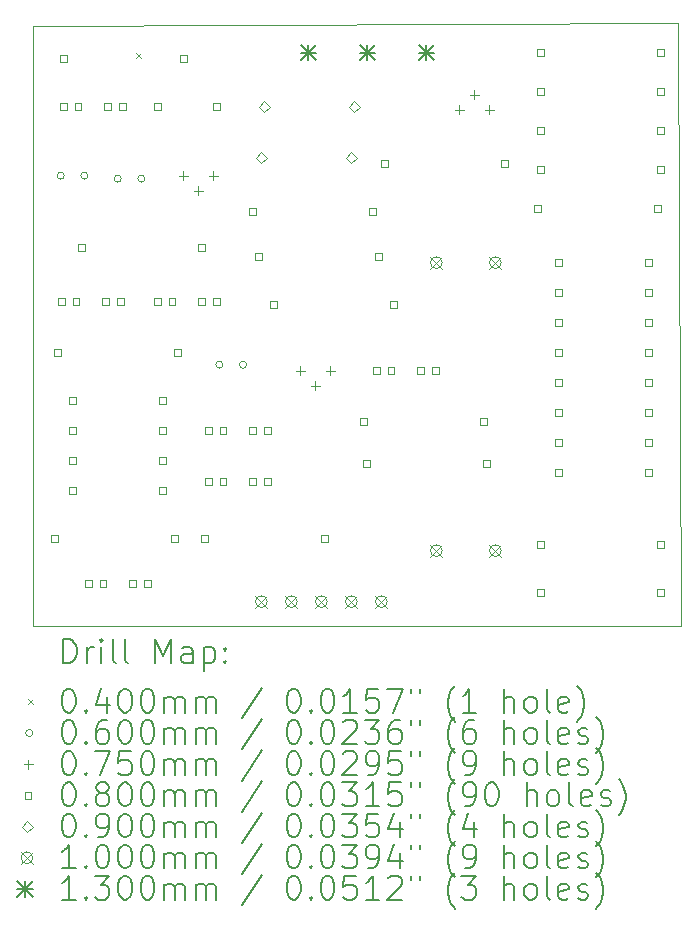
<source format=gbr>
%FSLAX45Y45*%
G04 Gerber Fmt 4.5, Leading zero omitted, Abs format (unit mm)*
G04 Created by KiCad (PCBNEW 6.0.2+dfsg-1) date 2023-04-09 17:36:26*
%MOMM*%
%LPD*%
G01*
G04 APERTURE LIST*
%TA.AperFunction,Profile*%
%ADD10C,0.100000*%
%TD*%
%ADD11C,0.200000*%
%ADD12C,0.040000*%
%ADD13C,0.060000*%
%ADD14C,0.075000*%
%ADD15C,0.080000*%
%ADD16C,0.090000*%
%ADD17C,0.100000*%
%ADD18C,0.130000*%
G04 APERTURE END LIST*
D10*
X10007600Y-5003800D02*
X9982200Y-5003800D01*
X15468600Y-10083800D02*
X9982200Y-10083800D01*
X15417800Y-4978400D02*
X15443200Y-4978400D01*
X15443200Y-4978400D02*
X15468600Y-10083800D01*
X10007600Y-5003800D02*
X15417800Y-4978400D01*
X9982200Y-10083800D02*
X9982200Y-5003800D01*
D11*
D12*
X10851200Y-5237800D02*
X10891200Y-5277800D01*
X10891200Y-5237800D02*
X10851200Y-5277800D01*
D13*
X10244000Y-6273800D02*
G75*
G03*
X10244000Y-6273800I-30000J0D01*
G01*
X10444000Y-6273800D02*
G75*
G03*
X10444000Y-6273800I-30000J0D01*
G01*
X10726600Y-6299200D02*
G75*
G03*
X10726600Y-6299200I-30000J0D01*
G01*
X10926600Y-6299200D02*
G75*
G03*
X10926600Y-6299200I-30000J0D01*
G01*
X11587000Y-7874000D02*
G75*
G03*
X11587000Y-7874000I-30000J0D01*
G01*
X11787000Y-7874000D02*
G75*
G03*
X11787000Y-7874000I-30000J0D01*
G01*
D14*
X11252200Y-6236300D02*
X11252200Y-6311300D01*
X11214700Y-6273800D02*
X11289700Y-6273800D01*
X11379200Y-6363300D02*
X11379200Y-6438300D01*
X11341700Y-6400800D02*
X11416700Y-6400800D01*
X11506200Y-6236300D02*
X11506200Y-6311300D01*
X11468700Y-6273800D02*
X11543700Y-6273800D01*
X12242800Y-7887300D02*
X12242800Y-7962300D01*
X12205300Y-7924800D02*
X12280300Y-7924800D01*
X12369800Y-8014300D02*
X12369800Y-8089300D01*
X12332300Y-8051800D02*
X12407300Y-8051800D01*
X12496800Y-7887300D02*
X12496800Y-7962300D01*
X12459300Y-7924800D02*
X12534300Y-7924800D01*
X13589000Y-5677500D02*
X13589000Y-5752500D01*
X13551500Y-5715000D02*
X13626500Y-5715000D01*
X13716000Y-5550500D02*
X13716000Y-5625500D01*
X13678500Y-5588000D02*
X13753500Y-5588000D01*
X13843000Y-5677500D02*
X13843000Y-5752500D01*
X13805500Y-5715000D02*
X13880500Y-5715000D01*
D15*
X10188285Y-9375485D02*
X10188285Y-9318916D01*
X10131716Y-9318916D01*
X10131716Y-9375485D01*
X10188285Y-9375485D01*
X10213685Y-7800684D02*
X10213685Y-7744115D01*
X10157116Y-7744115D01*
X10157116Y-7800684D01*
X10213685Y-7800684D01*
X10247085Y-7368884D02*
X10247085Y-7312315D01*
X10190516Y-7312315D01*
X10190516Y-7368884D01*
X10247085Y-7368884D01*
X10264485Y-5311485D02*
X10264485Y-5254916D01*
X10207916Y-5254916D01*
X10207916Y-5311485D01*
X10264485Y-5311485D01*
X10264485Y-5717884D02*
X10264485Y-5661315D01*
X10207916Y-5661315D01*
X10207916Y-5717884D01*
X10264485Y-5717884D01*
X10340685Y-8207084D02*
X10340685Y-8150515D01*
X10284116Y-8150515D01*
X10284116Y-8207084D01*
X10340685Y-8207084D01*
X10340685Y-8461085D02*
X10340685Y-8404516D01*
X10284116Y-8404516D01*
X10284116Y-8461085D01*
X10340685Y-8461085D01*
X10340685Y-8715085D02*
X10340685Y-8658516D01*
X10284116Y-8658516D01*
X10284116Y-8715085D01*
X10340685Y-8715085D01*
X10340685Y-8969085D02*
X10340685Y-8912516D01*
X10284116Y-8912516D01*
X10284116Y-8969085D01*
X10340685Y-8969085D01*
X10372085Y-7368884D02*
X10372085Y-7312315D01*
X10315516Y-7312315D01*
X10315516Y-7368884D01*
X10372085Y-7368884D01*
X10389485Y-5717884D02*
X10389485Y-5661315D01*
X10332916Y-5661315D01*
X10332916Y-5717884D01*
X10389485Y-5717884D01*
X10416885Y-6911684D02*
X10416885Y-6855115D01*
X10360316Y-6855115D01*
X10360316Y-6911684D01*
X10416885Y-6911684D01*
X10475685Y-9756485D02*
X10475685Y-9699916D01*
X10419116Y-9699916D01*
X10419116Y-9756485D01*
X10475685Y-9756485D01*
X10600685Y-9756485D02*
X10600685Y-9699916D01*
X10544116Y-9699916D01*
X10544116Y-9756485D01*
X10600685Y-9756485D01*
X10622085Y-7368884D02*
X10622085Y-7312315D01*
X10565516Y-7312315D01*
X10565516Y-7368884D01*
X10622085Y-7368884D01*
X10639485Y-5717884D02*
X10639485Y-5661315D01*
X10582916Y-5661315D01*
X10582916Y-5717884D01*
X10639485Y-5717884D01*
X10747085Y-7368884D02*
X10747085Y-7312315D01*
X10690516Y-7312315D01*
X10690516Y-7368884D01*
X10747085Y-7368884D01*
X10764485Y-5717884D02*
X10764485Y-5661315D01*
X10707916Y-5661315D01*
X10707916Y-5717884D01*
X10764485Y-5717884D01*
X10850685Y-9756485D02*
X10850685Y-9699916D01*
X10794116Y-9699916D01*
X10794116Y-9756485D01*
X10850685Y-9756485D01*
X10975685Y-9756485D02*
X10975685Y-9699916D01*
X10919116Y-9699916D01*
X10919116Y-9756485D01*
X10975685Y-9756485D01*
X11059885Y-5717884D02*
X11059885Y-5661315D01*
X11003316Y-5661315D01*
X11003316Y-5717884D01*
X11059885Y-5717884D01*
X11059885Y-7368884D02*
X11059885Y-7312315D01*
X11003316Y-7312315D01*
X11003316Y-7368884D01*
X11059885Y-7368884D01*
X11102685Y-8207084D02*
X11102685Y-8150515D01*
X11046116Y-8150515D01*
X11046116Y-8207084D01*
X11102685Y-8207084D01*
X11102685Y-8461085D02*
X11102685Y-8404516D01*
X11046116Y-8404516D01*
X11046116Y-8461085D01*
X11102685Y-8461085D01*
X11102685Y-8715085D02*
X11102685Y-8658516D01*
X11046116Y-8658516D01*
X11046116Y-8715085D01*
X11102685Y-8715085D01*
X11102685Y-8969085D02*
X11102685Y-8912516D01*
X11046116Y-8912516D01*
X11046116Y-8969085D01*
X11102685Y-8969085D01*
X11184884Y-7368884D02*
X11184884Y-7312315D01*
X11128316Y-7312315D01*
X11128316Y-7368884D01*
X11184884Y-7368884D01*
X11204284Y-9375485D02*
X11204284Y-9318916D01*
X11147716Y-9318916D01*
X11147716Y-9375485D01*
X11204284Y-9375485D01*
X11229684Y-7800684D02*
X11229684Y-7744115D01*
X11173116Y-7744115D01*
X11173116Y-7800684D01*
X11229684Y-7800684D01*
X11280484Y-5311485D02*
X11280484Y-5254916D01*
X11223915Y-5254916D01*
X11223915Y-5311485D01*
X11280484Y-5311485D01*
X11432884Y-6911684D02*
X11432884Y-6855115D01*
X11376315Y-6855115D01*
X11376315Y-6911684D01*
X11432884Y-6911684D01*
X11434884Y-7368884D02*
X11434884Y-7312315D01*
X11378315Y-7312315D01*
X11378315Y-7368884D01*
X11434884Y-7368884D01*
X11458284Y-9375485D02*
X11458284Y-9318916D01*
X11401715Y-9318916D01*
X11401715Y-9375485D01*
X11458284Y-9375485D01*
X11491684Y-8461085D02*
X11491684Y-8404516D01*
X11435115Y-8404516D01*
X11435115Y-8461085D01*
X11491684Y-8461085D01*
X11491684Y-8892885D02*
X11491684Y-8836316D01*
X11435115Y-8836316D01*
X11435115Y-8892885D01*
X11491684Y-8892885D01*
X11559884Y-5717884D02*
X11559884Y-5661315D01*
X11503315Y-5661315D01*
X11503315Y-5717884D01*
X11559884Y-5717884D01*
X11559884Y-7368884D02*
X11559884Y-7312315D01*
X11503315Y-7312315D01*
X11503315Y-7368884D01*
X11559884Y-7368884D01*
X11616684Y-8461085D02*
X11616684Y-8404516D01*
X11560115Y-8404516D01*
X11560115Y-8461085D01*
X11616684Y-8461085D01*
X11616684Y-8892885D02*
X11616684Y-8836316D01*
X11560115Y-8836316D01*
X11560115Y-8892885D01*
X11616684Y-8892885D01*
X11864684Y-6606884D02*
X11864684Y-6550315D01*
X11808115Y-6550315D01*
X11808115Y-6606884D01*
X11864684Y-6606884D01*
X11866684Y-8461085D02*
X11866684Y-8404516D01*
X11810115Y-8404516D01*
X11810115Y-8461085D01*
X11866684Y-8461085D01*
X11866684Y-8892885D02*
X11866684Y-8836316D01*
X11810115Y-8836316D01*
X11810115Y-8892885D01*
X11866684Y-8892885D01*
X11915484Y-6987884D02*
X11915484Y-6931315D01*
X11858915Y-6931315D01*
X11858915Y-6987884D01*
X11915484Y-6987884D01*
X11991684Y-8461085D02*
X11991684Y-8404516D01*
X11935115Y-8404516D01*
X11935115Y-8461085D01*
X11991684Y-8461085D01*
X11991684Y-8892885D02*
X11991684Y-8836316D01*
X11935115Y-8836316D01*
X11935115Y-8892885D01*
X11991684Y-8892885D01*
X12042484Y-7394284D02*
X12042484Y-7337715D01*
X11985915Y-7337715D01*
X11985915Y-7394284D01*
X12042484Y-7394284D01*
X12474284Y-9375485D02*
X12474284Y-9318916D01*
X12417715Y-9318916D01*
X12417715Y-9375485D01*
X12474284Y-9375485D01*
X12804484Y-8384884D02*
X12804484Y-8328315D01*
X12747915Y-8328315D01*
X12747915Y-8384884D01*
X12804484Y-8384884D01*
X12829884Y-8740485D02*
X12829884Y-8683916D01*
X12773315Y-8683916D01*
X12773315Y-8740485D01*
X12829884Y-8740485D01*
X12880684Y-6606884D02*
X12880684Y-6550315D01*
X12824115Y-6550315D01*
X12824115Y-6606884D01*
X12880684Y-6606884D01*
X12914084Y-7953084D02*
X12914084Y-7896515D01*
X12857515Y-7896515D01*
X12857515Y-7953084D01*
X12914084Y-7953084D01*
X12931484Y-6987884D02*
X12931484Y-6931315D01*
X12874915Y-6931315D01*
X12874915Y-6987884D01*
X12931484Y-6987884D01*
X12982284Y-6200484D02*
X12982284Y-6143915D01*
X12925715Y-6143915D01*
X12925715Y-6200484D01*
X12982284Y-6200484D01*
X13039084Y-7953084D02*
X13039084Y-7896515D01*
X12982515Y-7896515D01*
X12982515Y-7953084D01*
X13039084Y-7953084D01*
X13058484Y-7394284D02*
X13058484Y-7337715D01*
X13001915Y-7337715D01*
X13001915Y-7394284D01*
X13058484Y-7394284D01*
X13289084Y-7953084D02*
X13289084Y-7896515D01*
X13232515Y-7896515D01*
X13232515Y-7953084D01*
X13289084Y-7953084D01*
X13414084Y-7953084D02*
X13414084Y-7896515D01*
X13357515Y-7896515D01*
X13357515Y-7953084D01*
X13414084Y-7953084D01*
X13820484Y-8384884D02*
X13820484Y-8328315D01*
X13763915Y-8328315D01*
X13763915Y-8384884D01*
X13820484Y-8384884D01*
X13845884Y-8740485D02*
X13845884Y-8683916D01*
X13789315Y-8683916D01*
X13789315Y-8740485D01*
X13845884Y-8740485D01*
X13998284Y-6200484D02*
X13998284Y-6143915D01*
X13941715Y-6143915D01*
X13941715Y-6200484D01*
X13998284Y-6200484D01*
X14277684Y-6581484D02*
X14277684Y-6524915D01*
X14221115Y-6524915D01*
X14221115Y-6581484D01*
X14277684Y-6581484D01*
X14303084Y-5260685D02*
X14303084Y-5204116D01*
X14246515Y-5204116D01*
X14246515Y-5260685D01*
X14303084Y-5260685D01*
X14303084Y-5590885D02*
X14303084Y-5534316D01*
X14246515Y-5534316D01*
X14246515Y-5590885D01*
X14303084Y-5590885D01*
X14303084Y-5921084D02*
X14303084Y-5864515D01*
X14246515Y-5864515D01*
X14246515Y-5921084D01*
X14303084Y-5921084D01*
X14303084Y-6251284D02*
X14303084Y-6194715D01*
X14246515Y-6194715D01*
X14246515Y-6251284D01*
X14303084Y-6251284D01*
X14303084Y-9426285D02*
X14303084Y-9369716D01*
X14246515Y-9369716D01*
X14246515Y-9426285D01*
X14303084Y-9426285D01*
X14303084Y-9832685D02*
X14303084Y-9776116D01*
X14246515Y-9776116D01*
X14246515Y-9832685D01*
X14303084Y-9832685D01*
X14455484Y-7038684D02*
X14455484Y-6982115D01*
X14398915Y-6982115D01*
X14398915Y-7038684D01*
X14455484Y-7038684D01*
X14455484Y-7292684D02*
X14455484Y-7236115D01*
X14398915Y-7236115D01*
X14398915Y-7292684D01*
X14455484Y-7292684D01*
X14455484Y-7546684D02*
X14455484Y-7490115D01*
X14398915Y-7490115D01*
X14398915Y-7546684D01*
X14455484Y-7546684D01*
X14455484Y-7800684D02*
X14455484Y-7744115D01*
X14398915Y-7744115D01*
X14398915Y-7800684D01*
X14455484Y-7800684D01*
X14455484Y-8054684D02*
X14455484Y-7998115D01*
X14398915Y-7998115D01*
X14398915Y-8054684D01*
X14455484Y-8054684D01*
X14455484Y-8308684D02*
X14455484Y-8252115D01*
X14398915Y-8252115D01*
X14398915Y-8308684D01*
X14455484Y-8308684D01*
X14455484Y-8562685D02*
X14455484Y-8506116D01*
X14398915Y-8506116D01*
X14398915Y-8562685D01*
X14455484Y-8562685D01*
X14455484Y-8816685D02*
X14455484Y-8760116D01*
X14398915Y-8760116D01*
X14398915Y-8816685D01*
X14455484Y-8816685D01*
X15217484Y-7038684D02*
X15217484Y-6982115D01*
X15160915Y-6982115D01*
X15160915Y-7038684D01*
X15217484Y-7038684D01*
X15217484Y-7292684D02*
X15217484Y-7236115D01*
X15160915Y-7236115D01*
X15160915Y-7292684D01*
X15217484Y-7292684D01*
X15217484Y-7546684D02*
X15217484Y-7490115D01*
X15160915Y-7490115D01*
X15160915Y-7546684D01*
X15217484Y-7546684D01*
X15217484Y-7800684D02*
X15217484Y-7744115D01*
X15160915Y-7744115D01*
X15160915Y-7800684D01*
X15217484Y-7800684D01*
X15217484Y-8054684D02*
X15217484Y-7998115D01*
X15160915Y-7998115D01*
X15160915Y-8054684D01*
X15217484Y-8054684D01*
X15217484Y-8308684D02*
X15217484Y-8252115D01*
X15160915Y-8252115D01*
X15160915Y-8308684D01*
X15217484Y-8308684D01*
X15217484Y-8562685D02*
X15217484Y-8506116D01*
X15160915Y-8506116D01*
X15160915Y-8562685D01*
X15217484Y-8562685D01*
X15217484Y-8816685D02*
X15217484Y-8760116D01*
X15160915Y-8760116D01*
X15160915Y-8816685D01*
X15217484Y-8816685D01*
X15293684Y-6581484D02*
X15293684Y-6524915D01*
X15237115Y-6524915D01*
X15237115Y-6581484D01*
X15293684Y-6581484D01*
X15319084Y-5260685D02*
X15319084Y-5204116D01*
X15262515Y-5204116D01*
X15262515Y-5260685D01*
X15319084Y-5260685D01*
X15319084Y-5590885D02*
X15319084Y-5534316D01*
X15262515Y-5534316D01*
X15262515Y-5590885D01*
X15319084Y-5590885D01*
X15319084Y-5921084D02*
X15319084Y-5864515D01*
X15262515Y-5864515D01*
X15262515Y-5921084D01*
X15319084Y-5921084D01*
X15319084Y-6251284D02*
X15319084Y-6194715D01*
X15262515Y-6194715D01*
X15262515Y-6251284D01*
X15319084Y-6251284D01*
X15319084Y-9426285D02*
X15319084Y-9369716D01*
X15262515Y-9369716D01*
X15262515Y-9426285D01*
X15319084Y-9426285D01*
X15319084Y-9832685D02*
X15319084Y-9776116D01*
X15262515Y-9776116D01*
X15262515Y-9832685D01*
X15319084Y-9832685D01*
D16*
X11912600Y-6166400D02*
X11957600Y-6121400D01*
X11912600Y-6076400D01*
X11867600Y-6121400D01*
X11912600Y-6166400D01*
X11938000Y-5734600D02*
X11983000Y-5689600D01*
X11938000Y-5644600D01*
X11893000Y-5689600D01*
X11938000Y-5734600D01*
X12674600Y-6166400D02*
X12719600Y-6121400D01*
X12674600Y-6076400D01*
X12629600Y-6121400D01*
X12674600Y-6166400D01*
X12700000Y-5734600D02*
X12745000Y-5689600D01*
X12700000Y-5644600D01*
X12655000Y-5689600D01*
X12700000Y-5734600D01*
D17*
X11862600Y-9830600D02*
X11962600Y-9930600D01*
X11962600Y-9830600D02*
X11862600Y-9930600D01*
X11962600Y-9880600D02*
G75*
G03*
X11962600Y-9880600I-50000J0D01*
G01*
X12116600Y-9830600D02*
X12216600Y-9930600D01*
X12216600Y-9830600D02*
X12116600Y-9930600D01*
X12216600Y-9880600D02*
G75*
G03*
X12216600Y-9880600I-50000J0D01*
G01*
X12370600Y-9830600D02*
X12470600Y-9930600D01*
X12470600Y-9830600D02*
X12370600Y-9930600D01*
X12470600Y-9880600D02*
G75*
G03*
X12470600Y-9880600I-50000J0D01*
G01*
X12624600Y-9830600D02*
X12724600Y-9930600D01*
X12724600Y-9830600D02*
X12624600Y-9930600D01*
X12724600Y-9880600D02*
G75*
G03*
X12724600Y-9880600I-50000J0D01*
G01*
X12878600Y-9830600D02*
X12978600Y-9930600D01*
X12978600Y-9830600D02*
X12878600Y-9930600D01*
X12978600Y-9880600D02*
G75*
G03*
X12978600Y-9880600I-50000J0D01*
G01*
X13343800Y-6960400D02*
X13443800Y-7060400D01*
X13443800Y-6960400D02*
X13343800Y-7060400D01*
X13443800Y-7010400D02*
G75*
G03*
X13443800Y-7010400I-50000J0D01*
G01*
X13343800Y-9398800D02*
X13443800Y-9498800D01*
X13443800Y-9398800D02*
X13343800Y-9498800D01*
X13443800Y-9448800D02*
G75*
G03*
X13443800Y-9448800I-50000J0D01*
G01*
X13843800Y-6960400D02*
X13943800Y-7060400D01*
X13943800Y-6960400D02*
X13843800Y-7060400D01*
X13943800Y-7010400D02*
G75*
G03*
X13943800Y-7010400I-50000J0D01*
G01*
X13843800Y-9398800D02*
X13943800Y-9498800D01*
X13943800Y-9398800D02*
X13843800Y-9498800D01*
X13943800Y-9448800D02*
G75*
G03*
X13943800Y-9448800I-50000J0D01*
G01*
D18*
X12244600Y-5167400D02*
X12374600Y-5297400D01*
X12374600Y-5167400D02*
X12244600Y-5297400D01*
X12309600Y-5167400D02*
X12309600Y-5297400D01*
X12244600Y-5232400D02*
X12374600Y-5232400D01*
X12744600Y-5167400D02*
X12874600Y-5297400D01*
X12874600Y-5167400D02*
X12744600Y-5297400D01*
X12809600Y-5167400D02*
X12809600Y-5297400D01*
X12744600Y-5232400D02*
X12874600Y-5232400D01*
X13244600Y-5167400D02*
X13374600Y-5297400D01*
X13374600Y-5167400D02*
X13244600Y-5297400D01*
X13309600Y-5167400D02*
X13309600Y-5297400D01*
X13244600Y-5232400D02*
X13374600Y-5232400D01*
D11*
X10234819Y-10399276D02*
X10234819Y-10199276D01*
X10282438Y-10199276D01*
X10311010Y-10208800D01*
X10330057Y-10227848D01*
X10339581Y-10246895D01*
X10349105Y-10284990D01*
X10349105Y-10313562D01*
X10339581Y-10351657D01*
X10330057Y-10370705D01*
X10311010Y-10389752D01*
X10282438Y-10399276D01*
X10234819Y-10399276D01*
X10434819Y-10399276D02*
X10434819Y-10265943D01*
X10434819Y-10304038D02*
X10444343Y-10284990D01*
X10453867Y-10275467D01*
X10472914Y-10265943D01*
X10491962Y-10265943D01*
X10558629Y-10399276D02*
X10558629Y-10265943D01*
X10558629Y-10199276D02*
X10549105Y-10208800D01*
X10558629Y-10218324D01*
X10568152Y-10208800D01*
X10558629Y-10199276D01*
X10558629Y-10218324D01*
X10682438Y-10399276D02*
X10663390Y-10389752D01*
X10653867Y-10370705D01*
X10653867Y-10199276D01*
X10787200Y-10399276D02*
X10768152Y-10389752D01*
X10758629Y-10370705D01*
X10758629Y-10199276D01*
X11015771Y-10399276D02*
X11015771Y-10199276D01*
X11082438Y-10342133D01*
X11149105Y-10199276D01*
X11149105Y-10399276D01*
X11330057Y-10399276D02*
X11330057Y-10294514D01*
X11320533Y-10275467D01*
X11301486Y-10265943D01*
X11263390Y-10265943D01*
X11244343Y-10275467D01*
X11330057Y-10389752D02*
X11311009Y-10399276D01*
X11263390Y-10399276D01*
X11244343Y-10389752D01*
X11234819Y-10370705D01*
X11234819Y-10351657D01*
X11244343Y-10332610D01*
X11263390Y-10323086D01*
X11311009Y-10323086D01*
X11330057Y-10313562D01*
X11425295Y-10265943D02*
X11425295Y-10465943D01*
X11425295Y-10275467D02*
X11444343Y-10265943D01*
X11482438Y-10265943D01*
X11501486Y-10275467D01*
X11511009Y-10284990D01*
X11520533Y-10304038D01*
X11520533Y-10361181D01*
X11511009Y-10380229D01*
X11501486Y-10389752D01*
X11482438Y-10399276D01*
X11444343Y-10399276D01*
X11425295Y-10389752D01*
X11606248Y-10380229D02*
X11615771Y-10389752D01*
X11606248Y-10399276D01*
X11596724Y-10389752D01*
X11606248Y-10380229D01*
X11606248Y-10399276D01*
X11606248Y-10275467D02*
X11615771Y-10284990D01*
X11606248Y-10294514D01*
X11596724Y-10284990D01*
X11606248Y-10275467D01*
X11606248Y-10294514D01*
D12*
X9937200Y-10708800D02*
X9977200Y-10748800D01*
X9977200Y-10708800D02*
X9937200Y-10748800D01*
D11*
X10272914Y-10619276D02*
X10291962Y-10619276D01*
X10311010Y-10628800D01*
X10320533Y-10638324D01*
X10330057Y-10657371D01*
X10339581Y-10695467D01*
X10339581Y-10743086D01*
X10330057Y-10781181D01*
X10320533Y-10800229D01*
X10311010Y-10809752D01*
X10291962Y-10819276D01*
X10272914Y-10819276D01*
X10253867Y-10809752D01*
X10244343Y-10800229D01*
X10234819Y-10781181D01*
X10225295Y-10743086D01*
X10225295Y-10695467D01*
X10234819Y-10657371D01*
X10244343Y-10638324D01*
X10253867Y-10628800D01*
X10272914Y-10619276D01*
X10425295Y-10800229D02*
X10434819Y-10809752D01*
X10425295Y-10819276D01*
X10415771Y-10809752D01*
X10425295Y-10800229D01*
X10425295Y-10819276D01*
X10606248Y-10685943D02*
X10606248Y-10819276D01*
X10558629Y-10609752D02*
X10511010Y-10752610D01*
X10634819Y-10752610D01*
X10749105Y-10619276D02*
X10768152Y-10619276D01*
X10787200Y-10628800D01*
X10796724Y-10638324D01*
X10806248Y-10657371D01*
X10815771Y-10695467D01*
X10815771Y-10743086D01*
X10806248Y-10781181D01*
X10796724Y-10800229D01*
X10787200Y-10809752D01*
X10768152Y-10819276D01*
X10749105Y-10819276D01*
X10730057Y-10809752D01*
X10720533Y-10800229D01*
X10711010Y-10781181D01*
X10701486Y-10743086D01*
X10701486Y-10695467D01*
X10711010Y-10657371D01*
X10720533Y-10638324D01*
X10730057Y-10628800D01*
X10749105Y-10619276D01*
X10939581Y-10619276D02*
X10958629Y-10619276D01*
X10977676Y-10628800D01*
X10987200Y-10638324D01*
X10996724Y-10657371D01*
X11006248Y-10695467D01*
X11006248Y-10743086D01*
X10996724Y-10781181D01*
X10987200Y-10800229D01*
X10977676Y-10809752D01*
X10958629Y-10819276D01*
X10939581Y-10819276D01*
X10920533Y-10809752D01*
X10911010Y-10800229D01*
X10901486Y-10781181D01*
X10891962Y-10743086D01*
X10891962Y-10695467D01*
X10901486Y-10657371D01*
X10911010Y-10638324D01*
X10920533Y-10628800D01*
X10939581Y-10619276D01*
X11091962Y-10819276D02*
X11091962Y-10685943D01*
X11091962Y-10704990D02*
X11101486Y-10695467D01*
X11120533Y-10685943D01*
X11149105Y-10685943D01*
X11168152Y-10695467D01*
X11177676Y-10714514D01*
X11177676Y-10819276D01*
X11177676Y-10714514D02*
X11187200Y-10695467D01*
X11206248Y-10685943D01*
X11234819Y-10685943D01*
X11253867Y-10695467D01*
X11263390Y-10714514D01*
X11263390Y-10819276D01*
X11358628Y-10819276D02*
X11358628Y-10685943D01*
X11358628Y-10704990D02*
X11368152Y-10695467D01*
X11387200Y-10685943D01*
X11415771Y-10685943D01*
X11434819Y-10695467D01*
X11444343Y-10714514D01*
X11444343Y-10819276D01*
X11444343Y-10714514D02*
X11453867Y-10695467D01*
X11472914Y-10685943D01*
X11501486Y-10685943D01*
X11520533Y-10695467D01*
X11530057Y-10714514D01*
X11530057Y-10819276D01*
X11920533Y-10609752D02*
X11749105Y-10866895D01*
X12177676Y-10619276D02*
X12196724Y-10619276D01*
X12215771Y-10628800D01*
X12225295Y-10638324D01*
X12234819Y-10657371D01*
X12244343Y-10695467D01*
X12244343Y-10743086D01*
X12234819Y-10781181D01*
X12225295Y-10800229D01*
X12215771Y-10809752D01*
X12196724Y-10819276D01*
X12177676Y-10819276D01*
X12158628Y-10809752D01*
X12149105Y-10800229D01*
X12139581Y-10781181D01*
X12130057Y-10743086D01*
X12130057Y-10695467D01*
X12139581Y-10657371D01*
X12149105Y-10638324D01*
X12158628Y-10628800D01*
X12177676Y-10619276D01*
X12330057Y-10800229D02*
X12339581Y-10809752D01*
X12330057Y-10819276D01*
X12320533Y-10809752D01*
X12330057Y-10800229D01*
X12330057Y-10819276D01*
X12463390Y-10619276D02*
X12482438Y-10619276D01*
X12501486Y-10628800D01*
X12511009Y-10638324D01*
X12520533Y-10657371D01*
X12530057Y-10695467D01*
X12530057Y-10743086D01*
X12520533Y-10781181D01*
X12511009Y-10800229D01*
X12501486Y-10809752D01*
X12482438Y-10819276D01*
X12463390Y-10819276D01*
X12444343Y-10809752D01*
X12434819Y-10800229D01*
X12425295Y-10781181D01*
X12415771Y-10743086D01*
X12415771Y-10695467D01*
X12425295Y-10657371D01*
X12434819Y-10638324D01*
X12444343Y-10628800D01*
X12463390Y-10619276D01*
X12720533Y-10819276D02*
X12606248Y-10819276D01*
X12663390Y-10819276D02*
X12663390Y-10619276D01*
X12644343Y-10647848D01*
X12625295Y-10666895D01*
X12606248Y-10676419D01*
X12901486Y-10619276D02*
X12806248Y-10619276D01*
X12796724Y-10714514D01*
X12806248Y-10704990D01*
X12825295Y-10695467D01*
X12872914Y-10695467D01*
X12891962Y-10704990D01*
X12901486Y-10714514D01*
X12911009Y-10733562D01*
X12911009Y-10781181D01*
X12901486Y-10800229D01*
X12891962Y-10809752D01*
X12872914Y-10819276D01*
X12825295Y-10819276D01*
X12806248Y-10809752D01*
X12796724Y-10800229D01*
X12977676Y-10619276D02*
X13111009Y-10619276D01*
X13025295Y-10819276D01*
X13177676Y-10619276D02*
X13177676Y-10657371D01*
X13253867Y-10619276D02*
X13253867Y-10657371D01*
X13549105Y-10895467D02*
X13539581Y-10885943D01*
X13520533Y-10857371D01*
X13511009Y-10838324D01*
X13501486Y-10809752D01*
X13491962Y-10762133D01*
X13491962Y-10724038D01*
X13501486Y-10676419D01*
X13511009Y-10647848D01*
X13520533Y-10628800D01*
X13539581Y-10600229D01*
X13549105Y-10590705D01*
X13730057Y-10819276D02*
X13615771Y-10819276D01*
X13672914Y-10819276D02*
X13672914Y-10619276D01*
X13653867Y-10647848D01*
X13634819Y-10666895D01*
X13615771Y-10676419D01*
X13968152Y-10819276D02*
X13968152Y-10619276D01*
X14053867Y-10819276D02*
X14053867Y-10714514D01*
X14044343Y-10695467D01*
X14025295Y-10685943D01*
X13996724Y-10685943D01*
X13977676Y-10695467D01*
X13968152Y-10704990D01*
X14177676Y-10819276D02*
X14158628Y-10809752D01*
X14149105Y-10800229D01*
X14139581Y-10781181D01*
X14139581Y-10724038D01*
X14149105Y-10704990D01*
X14158628Y-10695467D01*
X14177676Y-10685943D01*
X14206248Y-10685943D01*
X14225295Y-10695467D01*
X14234819Y-10704990D01*
X14244343Y-10724038D01*
X14244343Y-10781181D01*
X14234819Y-10800229D01*
X14225295Y-10809752D01*
X14206248Y-10819276D01*
X14177676Y-10819276D01*
X14358628Y-10819276D02*
X14339581Y-10809752D01*
X14330057Y-10790705D01*
X14330057Y-10619276D01*
X14511009Y-10809752D02*
X14491962Y-10819276D01*
X14453867Y-10819276D01*
X14434819Y-10809752D01*
X14425295Y-10790705D01*
X14425295Y-10714514D01*
X14434819Y-10695467D01*
X14453867Y-10685943D01*
X14491962Y-10685943D01*
X14511009Y-10695467D01*
X14520533Y-10714514D01*
X14520533Y-10733562D01*
X14425295Y-10752610D01*
X14587200Y-10895467D02*
X14596724Y-10885943D01*
X14615771Y-10857371D01*
X14625295Y-10838324D01*
X14634819Y-10809752D01*
X14644343Y-10762133D01*
X14644343Y-10724038D01*
X14634819Y-10676419D01*
X14625295Y-10647848D01*
X14615771Y-10628800D01*
X14596724Y-10600229D01*
X14587200Y-10590705D01*
D13*
X9977200Y-10992800D02*
G75*
G03*
X9977200Y-10992800I-30000J0D01*
G01*
D11*
X10272914Y-10883276D02*
X10291962Y-10883276D01*
X10311010Y-10892800D01*
X10320533Y-10902324D01*
X10330057Y-10921371D01*
X10339581Y-10959467D01*
X10339581Y-11007086D01*
X10330057Y-11045181D01*
X10320533Y-11064229D01*
X10311010Y-11073752D01*
X10291962Y-11083276D01*
X10272914Y-11083276D01*
X10253867Y-11073752D01*
X10244343Y-11064229D01*
X10234819Y-11045181D01*
X10225295Y-11007086D01*
X10225295Y-10959467D01*
X10234819Y-10921371D01*
X10244343Y-10902324D01*
X10253867Y-10892800D01*
X10272914Y-10883276D01*
X10425295Y-11064229D02*
X10434819Y-11073752D01*
X10425295Y-11083276D01*
X10415771Y-11073752D01*
X10425295Y-11064229D01*
X10425295Y-11083276D01*
X10606248Y-10883276D02*
X10568152Y-10883276D01*
X10549105Y-10892800D01*
X10539581Y-10902324D01*
X10520533Y-10930895D01*
X10511010Y-10968990D01*
X10511010Y-11045181D01*
X10520533Y-11064229D01*
X10530057Y-11073752D01*
X10549105Y-11083276D01*
X10587200Y-11083276D01*
X10606248Y-11073752D01*
X10615771Y-11064229D01*
X10625295Y-11045181D01*
X10625295Y-10997562D01*
X10615771Y-10978514D01*
X10606248Y-10968990D01*
X10587200Y-10959467D01*
X10549105Y-10959467D01*
X10530057Y-10968990D01*
X10520533Y-10978514D01*
X10511010Y-10997562D01*
X10749105Y-10883276D02*
X10768152Y-10883276D01*
X10787200Y-10892800D01*
X10796724Y-10902324D01*
X10806248Y-10921371D01*
X10815771Y-10959467D01*
X10815771Y-11007086D01*
X10806248Y-11045181D01*
X10796724Y-11064229D01*
X10787200Y-11073752D01*
X10768152Y-11083276D01*
X10749105Y-11083276D01*
X10730057Y-11073752D01*
X10720533Y-11064229D01*
X10711010Y-11045181D01*
X10701486Y-11007086D01*
X10701486Y-10959467D01*
X10711010Y-10921371D01*
X10720533Y-10902324D01*
X10730057Y-10892800D01*
X10749105Y-10883276D01*
X10939581Y-10883276D02*
X10958629Y-10883276D01*
X10977676Y-10892800D01*
X10987200Y-10902324D01*
X10996724Y-10921371D01*
X11006248Y-10959467D01*
X11006248Y-11007086D01*
X10996724Y-11045181D01*
X10987200Y-11064229D01*
X10977676Y-11073752D01*
X10958629Y-11083276D01*
X10939581Y-11083276D01*
X10920533Y-11073752D01*
X10911010Y-11064229D01*
X10901486Y-11045181D01*
X10891962Y-11007086D01*
X10891962Y-10959467D01*
X10901486Y-10921371D01*
X10911010Y-10902324D01*
X10920533Y-10892800D01*
X10939581Y-10883276D01*
X11091962Y-11083276D02*
X11091962Y-10949943D01*
X11091962Y-10968990D02*
X11101486Y-10959467D01*
X11120533Y-10949943D01*
X11149105Y-10949943D01*
X11168152Y-10959467D01*
X11177676Y-10978514D01*
X11177676Y-11083276D01*
X11177676Y-10978514D02*
X11187200Y-10959467D01*
X11206248Y-10949943D01*
X11234819Y-10949943D01*
X11253867Y-10959467D01*
X11263390Y-10978514D01*
X11263390Y-11083276D01*
X11358628Y-11083276D02*
X11358628Y-10949943D01*
X11358628Y-10968990D02*
X11368152Y-10959467D01*
X11387200Y-10949943D01*
X11415771Y-10949943D01*
X11434819Y-10959467D01*
X11444343Y-10978514D01*
X11444343Y-11083276D01*
X11444343Y-10978514D02*
X11453867Y-10959467D01*
X11472914Y-10949943D01*
X11501486Y-10949943D01*
X11520533Y-10959467D01*
X11530057Y-10978514D01*
X11530057Y-11083276D01*
X11920533Y-10873752D02*
X11749105Y-11130895D01*
X12177676Y-10883276D02*
X12196724Y-10883276D01*
X12215771Y-10892800D01*
X12225295Y-10902324D01*
X12234819Y-10921371D01*
X12244343Y-10959467D01*
X12244343Y-11007086D01*
X12234819Y-11045181D01*
X12225295Y-11064229D01*
X12215771Y-11073752D01*
X12196724Y-11083276D01*
X12177676Y-11083276D01*
X12158628Y-11073752D01*
X12149105Y-11064229D01*
X12139581Y-11045181D01*
X12130057Y-11007086D01*
X12130057Y-10959467D01*
X12139581Y-10921371D01*
X12149105Y-10902324D01*
X12158628Y-10892800D01*
X12177676Y-10883276D01*
X12330057Y-11064229D02*
X12339581Y-11073752D01*
X12330057Y-11083276D01*
X12320533Y-11073752D01*
X12330057Y-11064229D01*
X12330057Y-11083276D01*
X12463390Y-10883276D02*
X12482438Y-10883276D01*
X12501486Y-10892800D01*
X12511009Y-10902324D01*
X12520533Y-10921371D01*
X12530057Y-10959467D01*
X12530057Y-11007086D01*
X12520533Y-11045181D01*
X12511009Y-11064229D01*
X12501486Y-11073752D01*
X12482438Y-11083276D01*
X12463390Y-11083276D01*
X12444343Y-11073752D01*
X12434819Y-11064229D01*
X12425295Y-11045181D01*
X12415771Y-11007086D01*
X12415771Y-10959467D01*
X12425295Y-10921371D01*
X12434819Y-10902324D01*
X12444343Y-10892800D01*
X12463390Y-10883276D01*
X12606248Y-10902324D02*
X12615771Y-10892800D01*
X12634819Y-10883276D01*
X12682438Y-10883276D01*
X12701486Y-10892800D01*
X12711009Y-10902324D01*
X12720533Y-10921371D01*
X12720533Y-10940419D01*
X12711009Y-10968990D01*
X12596724Y-11083276D01*
X12720533Y-11083276D01*
X12787200Y-10883276D02*
X12911009Y-10883276D01*
X12844343Y-10959467D01*
X12872914Y-10959467D01*
X12891962Y-10968990D01*
X12901486Y-10978514D01*
X12911009Y-10997562D01*
X12911009Y-11045181D01*
X12901486Y-11064229D01*
X12891962Y-11073752D01*
X12872914Y-11083276D01*
X12815771Y-11083276D01*
X12796724Y-11073752D01*
X12787200Y-11064229D01*
X13082438Y-10883276D02*
X13044343Y-10883276D01*
X13025295Y-10892800D01*
X13015771Y-10902324D01*
X12996724Y-10930895D01*
X12987200Y-10968990D01*
X12987200Y-11045181D01*
X12996724Y-11064229D01*
X13006248Y-11073752D01*
X13025295Y-11083276D01*
X13063390Y-11083276D01*
X13082438Y-11073752D01*
X13091962Y-11064229D01*
X13101486Y-11045181D01*
X13101486Y-10997562D01*
X13091962Y-10978514D01*
X13082438Y-10968990D01*
X13063390Y-10959467D01*
X13025295Y-10959467D01*
X13006248Y-10968990D01*
X12996724Y-10978514D01*
X12987200Y-10997562D01*
X13177676Y-10883276D02*
X13177676Y-10921371D01*
X13253867Y-10883276D02*
X13253867Y-10921371D01*
X13549105Y-11159467D02*
X13539581Y-11149943D01*
X13520533Y-11121371D01*
X13511009Y-11102324D01*
X13501486Y-11073752D01*
X13491962Y-11026133D01*
X13491962Y-10988038D01*
X13501486Y-10940419D01*
X13511009Y-10911848D01*
X13520533Y-10892800D01*
X13539581Y-10864229D01*
X13549105Y-10854705D01*
X13711009Y-10883276D02*
X13672914Y-10883276D01*
X13653867Y-10892800D01*
X13644343Y-10902324D01*
X13625295Y-10930895D01*
X13615771Y-10968990D01*
X13615771Y-11045181D01*
X13625295Y-11064229D01*
X13634819Y-11073752D01*
X13653867Y-11083276D01*
X13691962Y-11083276D01*
X13711009Y-11073752D01*
X13720533Y-11064229D01*
X13730057Y-11045181D01*
X13730057Y-10997562D01*
X13720533Y-10978514D01*
X13711009Y-10968990D01*
X13691962Y-10959467D01*
X13653867Y-10959467D01*
X13634819Y-10968990D01*
X13625295Y-10978514D01*
X13615771Y-10997562D01*
X13968152Y-11083276D02*
X13968152Y-10883276D01*
X14053867Y-11083276D02*
X14053867Y-10978514D01*
X14044343Y-10959467D01*
X14025295Y-10949943D01*
X13996724Y-10949943D01*
X13977676Y-10959467D01*
X13968152Y-10968990D01*
X14177676Y-11083276D02*
X14158628Y-11073752D01*
X14149105Y-11064229D01*
X14139581Y-11045181D01*
X14139581Y-10988038D01*
X14149105Y-10968990D01*
X14158628Y-10959467D01*
X14177676Y-10949943D01*
X14206248Y-10949943D01*
X14225295Y-10959467D01*
X14234819Y-10968990D01*
X14244343Y-10988038D01*
X14244343Y-11045181D01*
X14234819Y-11064229D01*
X14225295Y-11073752D01*
X14206248Y-11083276D01*
X14177676Y-11083276D01*
X14358628Y-11083276D02*
X14339581Y-11073752D01*
X14330057Y-11054705D01*
X14330057Y-10883276D01*
X14511009Y-11073752D02*
X14491962Y-11083276D01*
X14453867Y-11083276D01*
X14434819Y-11073752D01*
X14425295Y-11054705D01*
X14425295Y-10978514D01*
X14434819Y-10959467D01*
X14453867Y-10949943D01*
X14491962Y-10949943D01*
X14511009Y-10959467D01*
X14520533Y-10978514D01*
X14520533Y-10997562D01*
X14425295Y-11016610D01*
X14596724Y-11073752D02*
X14615771Y-11083276D01*
X14653867Y-11083276D01*
X14672914Y-11073752D01*
X14682438Y-11054705D01*
X14682438Y-11045181D01*
X14672914Y-11026133D01*
X14653867Y-11016610D01*
X14625295Y-11016610D01*
X14606248Y-11007086D01*
X14596724Y-10988038D01*
X14596724Y-10978514D01*
X14606248Y-10959467D01*
X14625295Y-10949943D01*
X14653867Y-10949943D01*
X14672914Y-10959467D01*
X14749105Y-11159467D02*
X14758628Y-11149943D01*
X14777676Y-11121371D01*
X14787200Y-11102324D01*
X14796724Y-11073752D01*
X14806248Y-11026133D01*
X14806248Y-10988038D01*
X14796724Y-10940419D01*
X14787200Y-10911848D01*
X14777676Y-10892800D01*
X14758628Y-10864229D01*
X14749105Y-10854705D01*
D14*
X9939700Y-11219300D02*
X9939700Y-11294300D01*
X9902200Y-11256800D02*
X9977200Y-11256800D01*
D11*
X10272914Y-11147276D02*
X10291962Y-11147276D01*
X10311010Y-11156800D01*
X10320533Y-11166324D01*
X10330057Y-11185371D01*
X10339581Y-11223467D01*
X10339581Y-11271086D01*
X10330057Y-11309181D01*
X10320533Y-11328228D01*
X10311010Y-11337752D01*
X10291962Y-11347276D01*
X10272914Y-11347276D01*
X10253867Y-11337752D01*
X10244343Y-11328228D01*
X10234819Y-11309181D01*
X10225295Y-11271086D01*
X10225295Y-11223467D01*
X10234819Y-11185371D01*
X10244343Y-11166324D01*
X10253867Y-11156800D01*
X10272914Y-11147276D01*
X10425295Y-11328228D02*
X10434819Y-11337752D01*
X10425295Y-11347276D01*
X10415771Y-11337752D01*
X10425295Y-11328228D01*
X10425295Y-11347276D01*
X10501486Y-11147276D02*
X10634819Y-11147276D01*
X10549105Y-11347276D01*
X10806248Y-11147276D02*
X10711010Y-11147276D01*
X10701486Y-11242514D01*
X10711010Y-11232990D01*
X10730057Y-11223467D01*
X10777676Y-11223467D01*
X10796724Y-11232990D01*
X10806248Y-11242514D01*
X10815771Y-11261562D01*
X10815771Y-11309181D01*
X10806248Y-11328228D01*
X10796724Y-11337752D01*
X10777676Y-11347276D01*
X10730057Y-11347276D01*
X10711010Y-11337752D01*
X10701486Y-11328228D01*
X10939581Y-11147276D02*
X10958629Y-11147276D01*
X10977676Y-11156800D01*
X10987200Y-11166324D01*
X10996724Y-11185371D01*
X11006248Y-11223467D01*
X11006248Y-11271086D01*
X10996724Y-11309181D01*
X10987200Y-11328228D01*
X10977676Y-11337752D01*
X10958629Y-11347276D01*
X10939581Y-11347276D01*
X10920533Y-11337752D01*
X10911010Y-11328228D01*
X10901486Y-11309181D01*
X10891962Y-11271086D01*
X10891962Y-11223467D01*
X10901486Y-11185371D01*
X10911010Y-11166324D01*
X10920533Y-11156800D01*
X10939581Y-11147276D01*
X11091962Y-11347276D02*
X11091962Y-11213943D01*
X11091962Y-11232990D02*
X11101486Y-11223467D01*
X11120533Y-11213943D01*
X11149105Y-11213943D01*
X11168152Y-11223467D01*
X11177676Y-11242514D01*
X11177676Y-11347276D01*
X11177676Y-11242514D02*
X11187200Y-11223467D01*
X11206248Y-11213943D01*
X11234819Y-11213943D01*
X11253867Y-11223467D01*
X11263390Y-11242514D01*
X11263390Y-11347276D01*
X11358628Y-11347276D02*
X11358628Y-11213943D01*
X11358628Y-11232990D02*
X11368152Y-11223467D01*
X11387200Y-11213943D01*
X11415771Y-11213943D01*
X11434819Y-11223467D01*
X11444343Y-11242514D01*
X11444343Y-11347276D01*
X11444343Y-11242514D02*
X11453867Y-11223467D01*
X11472914Y-11213943D01*
X11501486Y-11213943D01*
X11520533Y-11223467D01*
X11530057Y-11242514D01*
X11530057Y-11347276D01*
X11920533Y-11137752D02*
X11749105Y-11394895D01*
X12177676Y-11147276D02*
X12196724Y-11147276D01*
X12215771Y-11156800D01*
X12225295Y-11166324D01*
X12234819Y-11185371D01*
X12244343Y-11223467D01*
X12244343Y-11271086D01*
X12234819Y-11309181D01*
X12225295Y-11328228D01*
X12215771Y-11337752D01*
X12196724Y-11347276D01*
X12177676Y-11347276D01*
X12158628Y-11337752D01*
X12149105Y-11328228D01*
X12139581Y-11309181D01*
X12130057Y-11271086D01*
X12130057Y-11223467D01*
X12139581Y-11185371D01*
X12149105Y-11166324D01*
X12158628Y-11156800D01*
X12177676Y-11147276D01*
X12330057Y-11328228D02*
X12339581Y-11337752D01*
X12330057Y-11347276D01*
X12320533Y-11337752D01*
X12330057Y-11328228D01*
X12330057Y-11347276D01*
X12463390Y-11147276D02*
X12482438Y-11147276D01*
X12501486Y-11156800D01*
X12511009Y-11166324D01*
X12520533Y-11185371D01*
X12530057Y-11223467D01*
X12530057Y-11271086D01*
X12520533Y-11309181D01*
X12511009Y-11328228D01*
X12501486Y-11337752D01*
X12482438Y-11347276D01*
X12463390Y-11347276D01*
X12444343Y-11337752D01*
X12434819Y-11328228D01*
X12425295Y-11309181D01*
X12415771Y-11271086D01*
X12415771Y-11223467D01*
X12425295Y-11185371D01*
X12434819Y-11166324D01*
X12444343Y-11156800D01*
X12463390Y-11147276D01*
X12606248Y-11166324D02*
X12615771Y-11156800D01*
X12634819Y-11147276D01*
X12682438Y-11147276D01*
X12701486Y-11156800D01*
X12711009Y-11166324D01*
X12720533Y-11185371D01*
X12720533Y-11204419D01*
X12711009Y-11232990D01*
X12596724Y-11347276D01*
X12720533Y-11347276D01*
X12815771Y-11347276D02*
X12853867Y-11347276D01*
X12872914Y-11337752D01*
X12882438Y-11328228D01*
X12901486Y-11299657D01*
X12911009Y-11261562D01*
X12911009Y-11185371D01*
X12901486Y-11166324D01*
X12891962Y-11156800D01*
X12872914Y-11147276D01*
X12834819Y-11147276D01*
X12815771Y-11156800D01*
X12806248Y-11166324D01*
X12796724Y-11185371D01*
X12796724Y-11232990D01*
X12806248Y-11252038D01*
X12815771Y-11261562D01*
X12834819Y-11271086D01*
X12872914Y-11271086D01*
X12891962Y-11261562D01*
X12901486Y-11252038D01*
X12911009Y-11232990D01*
X13091962Y-11147276D02*
X12996724Y-11147276D01*
X12987200Y-11242514D01*
X12996724Y-11232990D01*
X13015771Y-11223467D01*
X13063390Y-11223467D01*
X13082438Y-11232990D01*
X13091962Y-11242514D01*
X13101486Y-11261562D01*
X13101486Y-11309181D01*
X13091962Y-11328228D01*
X13082438Y-11337752D01*
X13063390Y-11347276D01*
X13015771Y-11347276D01*
X12996724Y-11337752D01*
X12987200Y-11328228D01*
X13177676Y-11147276D02*
X13177676Y-11185371D01*
X13253867Y-11147276D02*
X13253867Y-11185371D01*
X13549105Y-11423467D02*
X13539581Y-11413943D01*
X13520533Y-11385371D01*
X13511009Y-11366324D01*
X13501486Y-11337752D01*
X13491962Y-11290133D01*
X13491962Y-11252038D01*
X13501486Y-11204419D01*
X13511009Y-11175848D01*
X13520533Y-11156800D01*
X13539581Y-11128229D01*
X13549105Y-11118705D01*
X13634819Y-11347276D02*
X13672914Y-11347276D01*
X13691962Y-11337752D01*
X13701486Y-11328228D01*
X13720533Y-11299657D01*
X13730057Y-11261562D01*
X13730057Y-11185371D01*
X13720533Y-11166324D01*
X13711009Y-11156800D01*
X13691962Y-11147276D01*
X13653867Y-11147276D01*
X13634819Y-11156800D01*
X13625295Y-11166324D01*
X13615771Y-11185371D01*
X13615771Y-11232990D01*
X13625295Y-11252038D01*
X13634819Y-11261562D01*
X13653867Y-11271086D01*
X13691962Y-11271086D01*
X13711009Y-11261562D01*
X13720533Y-11252038D01*
X13730057Y-11232990D01*
X13968152Y-11347276D02*
X13968152Y-11147276D01*
X14053867Y-11347276D02*
X14053867Y-11242514D01*
X14044343Y-11223467D01*
X14025295Y-11213943D01*
X13996724Y-11213943D01*
X13977676Y-11223467D01*
X13968152Y-11232990D01*
X14177676Y-11347276D02*
X14158628Y-11337752D01*
X14149105Y-11328228D01*
X14139581Y-11309181D01*
X14139581Y-11252038D01*
X14149105Y-11232990D01*
X14158628Y-11223467D01*
X14177676Y-11213943D01*
X14206248Y-11213943D01*
X14225295Y-11223467D01*
X14234819Y-11232990D01*
X14244343Y-11252038D01*
X14244343Y-11309181D01*
X14234819Y-11328228D01*
X14225295Y-11337752D01*
X14206248Y-11347276D01*
X14177676Y-11347276D01*
X14358628Y-11347276D02*
X14339581Y-11337752D01*
X14330057Y-11318705D01*
X14330057Y-11147276D01*
X14511009Y-11337752D02*
X14491962Y-11347276D01*
X14453867Y-11347276D01*
X14434819Y-11337752D01*
X14425295Y-11318705D01*
X14425295Y-11242514D01*
X14434819Y-11223467D01*
X14453867Y-11213943D01*
X14491962Y-11213943D01*
X14511009Y-11223467D01*
X14520533Y-11242514D01*
X14520533Y-11261562D01*
X14425295Y-11280609D01*
X14596724Y-11337752D02*
X14615771Y-11347276D01*
X14653867Y-11347276D01*
X14672914Y-11337752D01*
X14682438Y-11318705D01*
X14682438Y-11309181D01*
X14672914Y-11290133D01*
X14653867Y-11280609D01*
X14625295Y-11280609D01*
X14606248Y-11271086D01*
X14596724Y-11252038D01*
X14596724Y-11242514D01*
X14606248Y-11223467D01*
X14625295Y-11213943D01*
X14653867Y-11213943D01*
X14672914Y-11223467D01*
X14749105Y-11423467D02*
X14758628Y-11413943D01*
X14777676Y-11385371D01*
X14787200Y-11366324D01*
X14796724Y-11337752D01*
X14806248Y-11290133D01*
X14806248Y-11252038D01*
X14796724Y-11204419D01*
X14787200Y-11175848D01*
X14777676Y-11156800D01*
X14758628Y-11128229D01*
X14749105Y-11118705D01*
D15*
X9965485Y-11549084D02*
X9965485Y-11492515D01*
X9908916Y-11492515D01*
X9908916Y-11549084D01*
X9965485Y-11549084D01*
D11*
X10272914Y-11411276D02*
X10291962Y-11411276D01*
X10311010Y-11420800D01*
X10320533Y-11430324D01*
X10330057Y-11449371D01*
X10339581Y-11487467D01*
X10339581Y-11535086D01*
X10330057Y-11573181D01*
X10320533Y-11592228D01*
X10311010Y-11601752D01*
X10291962Y-11611276D01*
X10272914Y-11611276D01*
X10253867Y-11601752D01*
X10244343Y-11592228D01*
X10234819Y-11573181D01*
X10225295Y-11535086D01*
X10225295Y-11487467D01*
X10234819Y-11449371D01*
X10244343Y-11430324D01*
X10253867Y-11420800D01*
X10272914Y-11411276D01*
X10425295Y-11592228D02*
X10434819Y-11601752D01*
X10425295Y-11611276D01*
X10415771Y-11601752D01*
X10425295Y-11592228D01*
X10425295Y-11611276D01*
X10549105Y-11496990D02*
X10530057Y-11487467D01*
X10520533Y-11477943D01*
X10511010Y-11458895D01*
X10511010Y-11449371D01*
X10520533Y-11430324D01*
X10530057Y-11420800D01*
X10549105Y-11411276D01*
X10587200Y-11411276D01*
X10606248Y-11420800D01*
X10615771Y-11430324D01*
X10625295Y-11449371D01*
X10625295Y-11458895D01*
X10615771Y-11477943D01*
X10606248Y-11487467D01*
X10587200Y-11496990D01*
X10549105Y-11496990D01*
X10530057Y-11506514D01*
X10520533Y-11516038D01*
X10511010Y-11535086D01*
X10511010Y-11573181D01*
X10520533Y-11592228D01*
X10530057Y-11601752D01*
X10549105Y-11611276D01*
X10587200Y-11611276D01*
X10606248Y-11601752D01*
X10615771Y-11592228D01*
X10625295Y-11573181D01*
X10625295Y-11535086D01*
X10615771Y-11516038D01*
X10606248Y-11506514D01*
X10587200Y-11496990D01*
X10749105Y-11411276D02*
X10768152Y-11411276D01*
X10787200Y-11420800D01*
X10796724Y-11430324D01*
X10806248Y-11449371D01*
X10815771Y-11487467D01*
X10815771Y-11535086D01*
X10806248Y-11573181D01*
X10796724Y-11592228D01*
X10787200Y-11601752D01*
X10768152Y-11611276D01*
X10749105Y-11611276D01*
X10730057Y-11601752D01*
X10720533Y-11592228D01*
X10711010Y-11573181D01*
X10701486Y-11535086D01*
X10701486Y-11487467D01*
X10711010Y-11449371D01*
X10720533Y-11430324D01*
X10730057Y-11420800D01*
X10749105Y-11411276D01*
X10939581Y-11411276D02*
X10958629Y-11411276D01*
X10977676Y-11420800D01*
X10987200Y-11430324D01*
X10996724Y-11449371D01*
X11006248Y-11487467D01*
X11006248Y-11535086D01*
X10996724Y-11573181D01*
X10987200Y-11592228D01*
X10977676Y-11601752D01*
X10958629Y-11611276D01*
X10939581Y-11611276D01*
X10920533Y-11601752D01*
X10911010Y-11592228D01*
X10901486Y-11573181D01*
X10891962Y-11535086D01*
X10891962Y-11487467D01*
X10901486Y-11449371D01*
X10911010Y-11430324D01*
X10920533Y-11420800D01*
X10939581Y-11411276D01*
X11091962Y-11611276D02*
X11091962Y-11477943D01*
X11091962Y-11496990D02*
X11101486Y-11487467D01*
X11120533Y-11477943D01*
X11149105Y-11477943D01*
X11168152Y-11487467D01*
X11177676Y-11506514D01*
X11177676Y-11611276D01*
X11177676Y-11506514D02*
X11187200Y-11487467D01*
X11206248Y-11477943D01*
X11234819Y-11477943D01*
X11253867Y-11487467D01*
X11263390Y-11506514D01*
X11263390Y-11611276D01*
X11358628Y-11611276D02*
X11358628Y-11477943D01*
X11358628Y-11496990D02*
X11368152Y-11487467D01*
X11387200Y-11477943D01*
X11415771Y-11477943D01*
X11434819Y-11487467D01*
X11444343Y-11506514D01*
X11444343Y-11611276D01*
X11444343Y-11506514D02*
X11453867Y-11487467D01*
X11472914Y-11477943D01*
X11501486Y-11477943D01*
X11520533Y-11487467D01*
X11530057Y-11506514D01*
X11530057Y-11611276D01*
X11920533Y-11401752D02*
X11749105Y-11658895D01*
X12177676Y-11411276D02*
X12196724Y-11411276D01*
X12215771Y-11420800D01*
X12225295Y-11430324D01*
X12234819Y-11449371D01*
X12244343Y-11487467D01*
X12244343Y-11535086D01*
X12234819Y-11573181D01*
X12225295Y-11592228D01*
X12215771Y-11601752D01*
X12196724Y-11611276D01*
X12177676Y-11611276D01*
X12158628Y-11601752D01*
X12149105Y-11592228D01*
X12139581Y-11573181D01*
X12130057Y-11535086D01*
X12130057Y-11487467D01*
X12139581Y-11449371D01*
X12149105Y-11430324D01*
X12158628Y-11420800D01*
X12177676Y-11411276D01*
X12330057Y-11592228D02*
X12339581Y-11601752D01*
X12330057Y-11611276D01*
X12320533Y-11601752D01*
X12330057Y-11592228D01*
X12330057Y-11611276D01*
X12463390Y-11411276D02*
X12482438Y-11411276D01*
X12501486Y-11420800D01*
X12511009Y-11430324D01*
X12520533Y-11449371D01*
X12530057Y-11487467D01*
X12530057Y-11535086D01*
X12520533Y-11573181D01*
X12511009Y-11592228D01*
X12501486Y-11601752D01*
X12482438Y-11611276D01*
X12463390Y-11611276D01*
X12444343Y-11601752D01*
X12434819Y-11592228D01*
X12425295Y-11573181D01*
X12415771Y-11535086D01*
X12415771Y-11487467D01*
X12425295Y-11449371D01*
X12434819Y-11430324D01*
X12444343Y-11420800D01*
X12463390Y-11411276D01*
X12596724Y-11411276D02*
X12720533Y-11411276D01*
X12653867Y-11487467D01*
X12682438Y-11487467D01*
X12701486Y-11496990D01*
X12711009Y-11506514D01*
X12720533Y-11525562D01*
X12720533Y-11573181D01*
X12711009Y-11592228D01*
X12701486Y-11601752D01*
X12682438Y-11611276D01*
X12625295Y-11611276D01*
X12606248Y-11601752D01*
X12596724Y-11592228D01*
X12911009Y-11611276D02*
X12796724Y-11611276D01*
X12853867Y-11611276D02*
X12853867Y-11411276D01*
X12834819Y-11439848D01*
X12815771Y-11458895D01*
X12796724Y-11468419D01*
X13091962Y-11411276D02*
X12996724Y-11411276D01*
X12987200Y-11506514D01*
X12996724Y-11496990D01*
X13015771Y-11487467D01*
X13063390Y-11487467D01*
X13082438Y-11496990D01*
X13091962Y-11506514D01*
X13101486Y-11525562D01*
X13101486Y-11573181D01*
X13091962Y-11592228D01*
X13082438Y-11601752D01*
X13063390Y-11611276D01*
X13015771Y-11611276D01*
X12996724Y-11601752D01*
X12987200Y-11592228D01*
X13177676Y-11411276D02*
X13177676Y-11449371D01*
X13253867Y-11411276D02*
X13253867Y-11449371D01*
X13549105Y-11687467D02*
X13539581Y-11677943D01*
X13520533Y-11649371D01*
X13511009Y-11630324D01*
X13501486Y-11601752D01*
X13491962Y-11554133D01*
X13491962Y-11516038D01*
X13501486Y-11468419D01*
X13511009Y-11439848D01*
X13520533Y-11420800D01*
X13539581Y-11392228D01*
X13549105Y-11382705D01*
X13634819Y-11611276D02*
X13672914Y-11611276D01*
X13691962Y-11601752D01*
X13701486Y-11592228D01*
X13720533Y-11563657D01*
X13730057Y-11525562D01*
X13730057Y-11449371D01*
X13720533Y-11430324D01*
X13711009Y-11420800D01*
X13691962Y-11411276D01*
X13653867Y-11411276D01*
X13634819Y-11420800D01*
X13625295Y-11430324D01*
X13615771Y-11449371D01*
X13615771Y-11496990D01*
X13625295Y-11516038D01*
X13634819Y-11525562D01*
X13653867Y-11535086D01*
X13691962Y-11535086D01*
X13711009Y-11525562D01*
X13720533Y-11516038D01*
X13730057Y-11496990D01*
X13853867Y-11411276D02*
X13872914Y-11411276D01*
X13891962Y-11420800D01*
X13901486Y-11430324D01*
X13911009Y-11449371D01*
X13920533Y-11487467D01*
X13920533Y-11535086D01*
X13911009Y-11573181D01*
X13901486Y-11592228D01*
X13891962Y-11601752D01*
X13872914Y-11611276D01*
X13853867Y-11611276D01*
X13834819Y-11601752D01*
X13825295Y-11592228D01*
X13815771Y-11573181D01*
X13806248Y-11535086D01*
X13806248Y-11487467D01*
X13815771Y-11449371D01*
X13825295Y-11430324D01*
X13834819Y-11420800D01*
X13853867Y-11411276D01*
X14158628Y-11611276D02*
X14158628Y-11411276D01*
X14244343Y-11611276D02*
X14244343Y-11506514D01*
X14234819Y-11487467D01*
X14215771Y-11477943D01*
X14187200Y-11477943D01*
X14168152Y-11487467D01*
X14158628Y-11496990D01*
X14368152Y-11611276D02*
X14349105Y-11601752D01*
X14339581Y-11592228D01*
X14330057Y-11573181D01*
X14330057Y-11516038D01*
X14339581Y-11496990D01*
X14349105Y-11487467D01*
X14368152Y-11477943D01*
X14396724Y-11477943D01*
X14415771Y-11487467D01*
X14425295Y-11496990D01*
X14434819Y-11516038D01*
X14434819Y-11573181D01*
X14425295Y-11592228D01*
X14415771Y-11601752D01*
X14396724Y-11611276D01*
X14368152Y-11611276D01*
X14549105Y-11611276D02*
X14530057Y-11601752D01*
X14520533Y-11582705D01*
X14520533Y-11411276D01*
X14701486Y-11601752D02*
X14682438Y-11611276D01*
X14644343Y-11611276D01*
X14625295Y-11601752D01*
X14615771Y-11582705D01*
X14615771Y-11506514D01*
X14625295Y-11487467D01*
X14644343Y-11477943D01*
X14682438Y-11477943D01*
X14701486Y-11487467D01*
X14711009Y-11506514D01*
X14711009Y-11525562D01*
X14615771Y-11544609D01*
X14787200Y-11601752D02*
X14806248Y-11611276D01*
X14844343Y-11611276D01*
X14863390Y-11601752D01*
X14872914Y-11582705D01*
X14872914Y-11573181D01*
X14863390Y-11554133D01*
X14844343Y-11544609D01*
X14815771Y-11544609D01*
X14796724Y-11535086D01*
X14787200Y-11516038D01*
X14787200Y-11506514D01*
X14796724Y-11487467D01*
X14815771Y-11477943D01*
X14844343Y-11477943D01*
X14863390Y-11487467D01*
X14939581Y-11687467D02*
X14949105Y-11677943D01*
X14968152Y-11649371D01*
X14977676Y-11630324D01*
X14987200Y-11601752D01*
X14996724Y-11554133D01*
X14996724Y-11516038D01*
X14987200Y-11468419D01*
X14977676Y-11439848D01*
X14968152Y-11420800D01*
X14949105Y-11392228D01*
X14939581Y-11382705D01*
D16*
X9932200Y-11829800D02*
X9977200Y-11784800D01*
X9932200Y-11739800D01*
X9887200Y-11784800D01*
X9932200Y-11829800D01*
D11*
X10272914Y-11675276D02*
X10291962Y-11675276D01*
X10311010Y-11684800D01*
X10320533Y-11694324D01*
X10330057Y-11713371D01*
X10339581Y-11751467D01*
X10339581Y-11799086D01*
X10330057Y-11837181D01*
X10320533Y-11856228D01*
X10311010Y-11865752D01*
X10291962Y-11875276D01*
X10272914Y-11875276D01*
X10253867Y-11865752D01*
X10244343Y-11856228D01*
X10234819Y-11837181D01*
X10225295Y-11799086D01*
X10225295Y-11751467D01*
X10234819Y-11713371D01*
X10244343Y-11694324D01*
X10253867Y-11684800D01*
X10272914Y-11675276D01*
X10425295Y-11856228D02*
X10434819Y-11865752D01*
X10425295Y-11875276D01*
X10415771Y-11865752D01*
X10425295Y-11856228D01*
X10425295Y-11875276D01*
X10530057Y-11875276D02*
X10568152Y-11875276D01*
X10587200Y-11865752D01*
X10596724Y-11856228D01*
X10615771Y-11827657D01*
X10625295Y-11789562D01*
X10625295Y-11713371D01*
X10615771Y-11694324D01*
X10606248Y-11684800D01*
X10587200Y-11675276D01*
X10549105Y-11675276D01*
X10530057Y-11684800D01*
X10520533Y-11694324D01*
X10511010Y-11713371D01*
X10511010Y-11760990D01*
X10520533Y-11780038D01*
X10530057Y-11789562D01*
X10549105Y-11799086D01*
X10587200Y-11799086D01*
X10606248Y-11789562D01*
X10615771Y-11780038D01*
X10625295Y-11760990D01*
X10749105Y-11675276D02*
X10768152Y-11675276D01*
X10787200Y-11684800D01*
X10796724Y-11694324D01*
X10806248Y-11713371D01*
X10815771Y-11751467D01*
X10815771Y-11799086D01*
X10806248Y-11837181D01*
X10796724Y-11856228D01*
X10787200Y-11865752D01*
X10768152Y-11875276D01*
X10749105Y-11875276D01*
X10730057Y-11865752D01*
X10720533Y-11856228D01*
X10711010Y-11837181D01*
X10701486Y-11799086D01*
X10701486Y-11751467D01*
X10711010Y-11713371D01*
X10720533Y-11694324D01*
X10730057Y-11684800D01*
X10749105Y-11675276D01*
X10939581Y-11675276D02*
X10958629Y-11675276D01*
X10977676Y-11684800D01*
X10987200Y-11694324D01*
X10996724Y-11713371D01*
X11006248Y-11751467D01*
X11006248Y-11799086D01*
X10996724Y-11837181D01*
X10987200Y-11856228D01*
X10977676Y-11865752D01*
X10958629Y-11875276D01*
X10939581Y-11875276D01*
X10920533Y-11865752D01*
X10911010Y-11856228D01*
X10901486Y-11837181D01*
X10891962Y-11799086D01*
X10891962Y-11751467D01*
X10901486Y-11713371D01*
X10911010Y-11694324D01*
X10920533Y-11684800D01*
X10939581Y-11675276D01*
X11091962Y-11875276D02*
X11091962Y-11741943D01*
X11091962Y-11760990D02*
X11101486Y-11751467D01*
X11120533Y-11741943D01*
X11149105Y-11741943D01*
X11168152Y-11751467D01*
X11177676Y-11770514D01*
X11177676Y-11875276D01*
X11177676Y-11770514D02*
X11187200Y-11751467D01*
X11206248Y-11741943D01*
X11234819Y-11741943D01*
X11253867Y-11751467D01*
X11263390Y-11770514D01*
X11263390Y-11875276D01*
X11358628Y-11875276D02*
X11358628Y-11741943D01*
X11358628Y-11760990D02*
X11368152Y-11751467D01*
X11387200Y-11741943D01*
X11415771Y-11741943D01*
X11434819Y-11751467D01*
X11444343Y-11770514D01*
X11444343Y-11875276D01*
X11444343Y-11770514D02*
X11453867Y-11751467D01*
X11472914Y-11741943D01*
X11501486Y-11741943D01*
X11520533Y-11751467D01*
X11530057Y-11770514D01*
X11530057Y-11875276D01*
X11920533Y-11665752D02*
X11749105Y-11922895D01*
X12177676Y-11675276D02*
X12196724Y-11675276D01*
X12215771Y-11684800D01*
X12225295Y-11694324D01*
X12234819Y-11713371D01*
X12244343Y-11751467D01*
X12244343Y-11799086D01*
X12234819Y-11837181D01*
X12225295Y-11856228D01*
X12215771Y-11865752D01*
X12196724Y-11875276D01*
X12177676Y-11875276D01*
X12158628Y-11865752D01*
X12149105Y-11856228D01*
X12139581Y-11837181D01*
X12130057Y-11799086D01*
X12130057Y-11751467D01*
X12139581Y-11713371D01*
X12149105Y-11694324D01*
X12158628Y-11684800D01*
X12177676Y-11675276D01*
X12330057Y-11856228D02*
X12339581Y-11865752D01*
X12330057Y-11875276D01*
X12320533Y-11865752D01*
X12330057Y-11856228D01*
X12330057Y-11875276D01*
X12463390Y-11675276D02*
X12482438Y-11675276D01*
X12501486Y-11684800D01*
X12511009Y-11694324D01*
X12520533Y-11713371D01*
X12530057Y-11751467D01*
X12530057Y-11799086D01*
X12520533Y-11837181D01*
X12511009Y-11856228D01*
X12501486Y-11865752D01*
X12482438Y-11875276D01*
X12463390Y-11875276D01*
X12444343Y-11865752D01*
X12434819Y-11856228D01*
X12425295Y-11837181D01*
X12415771Y-11799086D01*
X12415771Y-11751467D01*
X12425295Y-11713371D01*
X12434819Y-11694324D01*
X12444343Y-11684800D01*
X12463390Y-11675276D01*
X12596724Y-11675276D02*
X12720533Y-11675276D01*
X12653867Y-11751467D01*
X12682438Y-11751467D01*
X12701486Y-11760990D01*
X12711009Y-11770514D01*
X12720533Y-11789562D01*
X12720533Y-11837181D01*
X12711009Y-11856228D01*
X12701486Y-11865752D01*
X12682438Y-11875276D01*
X12625295Y-11875276D01*
X12606248Y-11865752D01*
X12596724Y-11856228D01*
X12901486Y-11675276D02*
X12806248Y-11675276D01*
X12796724Y-11770514D01*
X12806248Y-11760990D01*
X12825295Y-11751467D01*
X12872914Y-11751467D01*
X12891962Y-11760990D01*
X12901486Y-11770514D01*
X12911009Y-11789562D01*
X12911009Y-11837181D01*
X12901486Y-11856228D01*
X12891962Y-11865752D01*
X12872914Y-11875276D01*
X12825295Y-11875276D01*
X12806248Y-11865752D01*
X12796724Y-11856228D01*
X13082438Y-11741943D02*
X13082438Y-11875276D01*
X13034819Y-11665752D02*
X12987200Y-11808609D01*
X13111009Y-11808609D01*
X13177676Y-11675276D02*
X13177676Y-11713371D01*
X13253867Y-11675276D02*
X13253867Y-11713371D01*
X13549105Y-11951467D02*
X13539581Y-11941943D01*
X13520533Y-11913371D01*
X13511009Y-11894324D01*
X13501486Y-11865752D01*
X13491962Y-11818133D01*
X13491962Y-11780038D01*
X13501486Y-11732419D01*
X13511009Y-11703848D01*
X13520533Y-11684800D01*
X13539581Y-11656228D01*
X13549105Y-11646705D01*
X13711009Y-11741943D02*
X13711009Y-11875276D01*
X13663390Y-11665752D02*
X13615771Y-11808609D01*
X13739581Y-11808609D01*
X13968152Y-11875276D02*
X13968152Y-11675276D01*
X14053867Y-11875276D02*
X14053867Y-11770514D01*
X14044343Y-11751467D01*
X14025295Y-11741943D01*
X13996724Y-11741943D01*
X13977676Y-11751467D01*
X13968152Y-11760990D01*
X14177676Y-11875276D02*
X14158628Y-11865752D01*
X14149105Y-11856228D01*
X14139581Y-11837181D01*
X14139581Y-11780038D01*
X14149105Y-11760990D01*
X14158628Y-11751467D01*
X14177676Y-11741943D01*
X14206248Y-11741943D01*
X14225295Y-11751467D01*
X14234819Y-11760990D01*
X14244343Y-11780038D01*
X14244343Y-11837181D01*
X14234819Y-11856228D01*
X14225295Y-11865752D01*
X14206248Y-11875276D01*
X14177676Y-11875276D01*
X14358628Y-11875276D02*
X14339581Y-11865752D01*
X14330057Y-11846705D01*
X14330057Y-11675276D01*
X14511009Y-11865752D02*
X14491962Y-11875276D01*
X14453867Y-11875276D01*
X14434819Y-11865752D01*
X14425295Y-11846705D01*
X14425295Y-11770514D01*
X14434819Y-11751467D01*
X14453867Y-11741943D01*
X14491962Y-11741943D01*
X14511009Y-11751467D01*
X14520533Y-11770514D01*
X14520533Y-11789562D01*
X14425295Y-11808609D01*
X14596724Y-11865752D02*
X14615771Y-11875276D01*
X14653867Y-11875276D01*
X14672914Y-11865752D01*
X14682438Y-11846705D01*
X14682438Y-11837181D01*
X14672914Y-11818133D01*
X14653867Y-11808609D01*
X14625295Y-11808609D01*
X14606248Y-11799086D01*
X14596724Y-11780038D01*
X14596724Y-11770514D01*
X14606248Y-11751467D01*
X14625295Y-11741943D01*
X14653867Y-11741943D01*
X14672914Y-11751467D01*
X14749105Y-11951467D02*
X14758628Y-11941943D01*
X14777676Y-11913371D01*
X14787200Y-11894324D01*
X14796724Y-11865752D01*
X14806248Y-11818133D01*
X14806248Y-11780038D01*
X14796724Y-11732419D01*
X14787200Y-11703848D01*
X14777676Y-11684800D01*
X14758628Y-11656228D01*
X14749105Y-11646705D01*
D17*
X9877200Y-11998800D02*
X9977200Y-12098800D01*
X9977200Y-11998800D02*
X9877200Y-12098800D01*
X9977200Y-12048800D02*
G75*
G03*
X9977200Y-12048800I-50000J0D01*
G01*
D11*
X10339581Y-12139276D02*
X10225295Y-12139276D01*
X10282438Y-12139276D02*
X10282438Y-11939276D01*
X10263390Y-11967848D01*
X10244343Y-11986895D01*
X10225295Y-11996419D01*
X10425295Y-12120228D02*
X10434819Y-12129752D01*
X10425295Y-12139276D01*
X10415771Y-12129752D01*
X10425295Y-12120228D01*
X10425295Y-12139276D01*
X10558629Y-11939276D02*
X10577676Y-11939276D01*
X10596724Y-11948800D01*
X10606248Y-11958324D01*
X10615771Y-11977371D01*
X10625295Y-12015467D01*
X10625295Y-12063086D01*
X10615771Y-12101181D01*
X10606248Y-12120228D01*
X10596724Y-12129752D01*
X10577676Y-12139276D01*
X10558629Y-12139276D01*
X10539581Y-12129752D01*
X10530057Y-12120228D01*
X10520533Y-12101181D01*
X10511010Y-12063086D01*
X10511010Y-12015467D01*
X10520533Y-11977371D01*
X10530057Y-11958324D01*
X10539581Y-11948800D01*
X10558629Y-11939276D01*
X10749105Y-11939276D02*
X10768152Y-11939276D01*
X10787200Y-11948800D01*
X10796724Y-11958324D01*
X10806248Y-11977371D01*
X10815771Y-12015467D01*
X10815771Y-12063086D01*
X10806248Y-12101181D01*
X10796724Y-12120228D01*
X10787200Y-12129752D01*
X10768152Y-12139276D01*
X10749105Y-12139276D01*
X10730057Y-12129752D01*
X10720533Y-12120228D01*
X10711010Y-12101181D01*
X10701486Y-12063086D01*
X10701486Y-12015467D01*
X10711010Y-11977371D01*
X10720533Y-11958324D01*
X10730057Y-11948800D01*
X10749105Y-11939276D01*
X10939581Y-11939276D02*
X10958629Y-11939276D01*
X10977676Y-11948800D01*
X10987200Y-11958324D01*
X10996724Y-11977371D01*
X11006248Y-12015467D01*
X11006248Y-12063086D01*
X10996724Y-12101181D01*
X10987200Y-12120228D01*
X10977676Y-12129752D01*
X10958629Y-12139276D01*
X10939581Y-12139276D01*
X10920533Y-12129752D01*
X10911010Y-12120228D01*
X10901486Y-12101181D01*
X10891962Y-12063086D01*
X10891962Y-12015467D01*
X10901486Y-11977371D01*
X10911010Y-11958324D01*
X10920533Y-11948800D01*
X10939581Y-11939276D01*
X11091962Y-12139276D02*
X11091962Y-12005943D01*
X11091962Y-12024990D02*
X11101486Y-12015467D01*
X11120533Y-12005943D01*
X11149105Y-12005943D01*
X11168152Y-12015467D01*
X11177676Y-12034514D01*
X11177676Y-12139276D01*
X11177676Y-12034514D02*
X11187200Y-12015467D01*
X11206248Y-12005943D01*
X11234819Y-12005943D01*
X11253867Y-12015467D01*
X11263390Y-12034514D01*
X11263390Y-12139276D01*
X11358628Y-12139276D02*
X11358628Y-12005943D01*
X11358628Y-12024990D02*
X11368152Y-12015467D01*
X11387200Y-12005943D01*
X11415771Y-12005943D01*
X11434819Y-12015467D01*
X11444343Y-12034514D01*
X11444343Y-12139276D01*
X11444343Y-12034514D02*
X11453867Y-12015467D01*
X11472914Y-12005943D01*
X11501486Y-12005943D01*
X11520533Y-12015467D01*
X11530057Y-12034514D01*
X11530057Y-12139276D01*
X11920533Y-11929752D02*
X11749105Y-12186895D01*
X12177676Y-11939276D02*
X12196724Y-11939276D01*
X12215771Y-11948800D01*
X12225295Y-11958324D01*
X12234819Y-11977371D01*
X12244343Y-12015467D01*
X12244343Y-12063086D01*
X12234819Y-12101181D01*
X12225295Y-12120228D01*
X12215771Y-12129752D01*
X12196724Y-12139276D01*
X12177676Y-12139276D01*
X12158628Y-12129752D01*
X12149105Y-12120228D01*
X12139581Y-12101181D01*
X12130057Y-12063086D01*
X12130057Y-12015467D01*
X12139581Y-11977371D01*
X12149105Y-11958324D01*
X12158628Y-11948800D01*
X12177676Y-11939276D01*
X12330057Y-12120228D02*
X12339581Y-12129752D01*
X12330057Y-12139276D01*
X12320533Y-12129752D01*
X12330057Y-12120228D01*
X12330057Y-12139276D01*
X12463390Y-11939276D02*
X12482438Y-11939276D01*
X12501486Y-11948800D01*
X12511009Y-11958324D01*
X12520533Y-11977371D01*
X12530057Y-12015467D01*
X12530057Y-12063086D01*
X12520533Y-12101181D01*
X12511009Y-12120228D01*
X12501486Y-12129752D01*
X12482438Y-12139276D01*
X12463390Y-12139276D01*
X12444343Y-12129752D01*
X12434819Y-12120228D01*
X12425295Y-12101181D01*
X12415771Y-12063086D01*
X12415771Y-12015467D01*
X12425295Y-11977371D01*
X12434819Y-11958324D01*
X12444343Y-11948800D01*
X12463390Y-11939276D01*
X12596724Y-11939276D02*
X12720533Y-11939276D01*
X12653867Y-12015467D01*
X12682438Y-12015467D01*
X12701486Y-12024990D01*
X12711009Y-12034514D01*
X12720533Y-12053562D01*
X12720533Y-12101181D01*
X12711009Y-12120228D01*
X12701486Y-12129752D01*
X12682438Y-12139276D01*
X12625295Y-12139276D01*
X12606248Y-12129752D01*
X12596724Y-12120228D01*
X12815771Y-12139276D02*
X12853867Y-12139276D01*
X12872914Y-12129752D01*
X12882438Y-12120228D01*
X12901486Y-12091657D01*
X12911009Y-12053562D01*
X12911009Y-11977371D01*
X12901486Y-11958324D01*
X12891962Y-11948800D01*
X12872914Y-11939276D01*
X12834819Y-11939276D01*
X12815771Y-11948800D01*
X12806248Y-11958324D01*
X12796724Y-11977371D01*
X12796724Y-12024990D01*
X12806248Y-12044038D01*
X12815771Y-12053562D01*
X12834819Y-12063086D01*
X12872914Y-12063086D01*
X12891962Y-12053562D01*
X12901486Y-12044038D01*
X12911009Y-12024990D01*
X13082438Y-12005943D02*
X13082438Y-12139276D01*
X13034819Y-11929752D02*
X12987200Y-12072609D01*
X13111009Y-12072609D01*
X13177676Y-11939276D02*
X13177676Y-11977371D01*
X13253867Y-11939276D02*
X13253867Y-11977371D01*
X13549105Y-12215467D02*
X13539581Y-12205943D01*
X13520533Y-12177371D01*
X13511009Y-12158324D01*
X13501486Y-12129752D01*
X13491962Y-12082133D01*
X13491962Y-12044038D01*
X13501486Y-11996419D01*
X13511009Y-11967848D01*
X13520533Y-11948800D01*
X13539581Y-11920228D01*
X13549105Y-11910705D01*
X13634819Y-12139276D02*
X13672914Y-12139276D01*
X13691962Y-12129752D01*
X13701486Y-12120228D01*
X13720533Y-12091657D01*
X13730057Y-12053562D01*
X13730057Y-11977371D01*
X13720533Y-11958324D01*
X13711009Y-11948800D01*
X13691962Y-11939276D01*
X13653867Y-11939276D01*
X13634819Y-11948800D01*
X13625295Y-11958324D01*
X13615771Y-11977371D01*
X13615771Y-12024990D01*
X13625295Y-12044038D01*
X13634819Y-12053562D01*
X13653867Y-12063086D01*
X13691962Y-12063086D01*
X13711009Y-12053562D01*
X13720533Y-12044038D01*
X13730057Y-12024990D01*
X13968152Y-12139276D02*
X13968152Y-11939276D01*
X14053867Y-12139276D02*
X14053867Y-12034514D01*
X14044343Y-12015467D01*
X14025295Y-12005943D01*
X13996724Y-12005943D01*
X13977676Y-12015467D01*
X13968152Y-12024990D01*
X14177676Y-12139276D02*
X14158628Y-12129752D01*
X14149105Y-12120228D01*
X14139581Y-12101181D01*
X14139581Y-12044038D01*
X14149105Y-12024990D01*
X14158628Y-12015467D01*
X14177676Y-12005943D01*
X14206248Y-12005943D01*
X14225295Y-12015467D01*
X14234819Y-12024990D01*
X14244343Y-12044038D01*
X14244343Y-12101181D01*
X14234819Y-12120228D01*
X14225295Y-12129752D01*
X14206248Y-12139276D01*
X14177676Y-12139276D01*
X14358628Y-12139276D02*
X14339581Y-12129752D01*
X14330057Y-12110705D01*
X14330057Y-11939276D01*
X14511009Y-12129752D02*
X14491962Y-12139276D01*
X14453867Y-12139276D01*
X14434819Y-12129752D01*
X14425295Y-12110705D01*
X14425295Y-12034514D01*
X14434819Y-12015467D01*
X14453867Y-12005943D01*
X14491962Y-12005943D01*
X14511009Y-12015467D01*
X14520533Y-12034514D01*
X14520533Y-12053562D01*
X14425295Y-12072609D01*
X14596724Y-12129752D02*
X14615771Y-12139276D01*
X14653867Y-12139276D01*
X14672914Y-12129752D01*
X14682438Y-12110705D01*
X14682438Y-12101181D01*
X14672914Y-12082133D01*
X14653867Y-12072609D01*
X14625295Y-12072609D01*
X14606248Y-12063086D01*
X14596724Y-12044038D01*
X14596724Y-12034514D01*
X14606248Y-12015467D01*
X14625295Y-12005943D01*
X14653867Y-12005943D01*
X14672914Y-12015467D01*
X14749105Y-12215467D02*
X14758628Y-12205943D01*
X14777676Y-12177371D01*
X14787200Y-12158324D01*
X14796724Y-12129752D01*
X14806248Y-12082133D01*
X14806248Y-12044038D01*
X14796724Y-11996419D01*
X14787200Y-11967848D01*
X14777676Y-11948800D01*
X14758628Y-11920228D01*
X14749105Y-11910705D01*
D18*
X9847200Y-12247800D02*
X9977200Y-12377800D01*
X9977200Y-12247800D02*
X9847200Y-12377800D01*
X9912200Y-12247800D02*
X9912200Y-12377800D01*
X9847200Y-12312800D02*
X9977200Y-12312800D01*
D11*
X10339581Y-12403276D02*
X10225295Y-12403276D01*
X10282438Y-12403276D02*
X10282438Y-12203276D01*
X10263390Y-12231848D01*
X10244343Y-12250895D01*
X10225295Y-12260419D01*
X10425295Y-12384228D02*
X10434819Y-12393752D01*
X10425295Y-12403276D01*
X10415771Y-12393752D01*
X10425295Y-12384228D01*
X10425295Y-12403276D01*
X10501486Y-12203276D02*
X10625295Y-12203276D01*
X10558629Y-12279467D01*
X10587200Y-12279467D01*
X10606248Y-12288990D01*
X10615771Y-12298514D01*
X10625295Y-12317562D01*
X10625295Y-12365181D01*
X10615771Y-12384228D01*
X10606248Y-12393752D01*
X10587200Y-12403276D01*
X10530057Y-12403276D01*
X10511010Y-12393752D01*
X10501486Y-12384228D01*
X10749105Y-12203276D02*
X10768152Y-12203276D01*
X10787200Y-12212800D01*
X10796724Y-12222324D01*
X10806248Y-12241371D01*
X10815771Y-12279467D01*
X10815771Y-12327086D01*
X10806248Y-12365181D01*
X10796724Y-12384228D01*
X10787200Y-12393752D01*
X10768152Y-12403276D01*
X10749105Y-12403276D01*
X10730057Y-12393752D01*
X10720533Y-12384228D01*
X10711010Y-12365181D01*
X10701486Y-12327086D01*
X10701486Y-12279467D01*
X10711010Y-12241371D01*
X10720533Y-12222324D01*
X10730057Y-12212800D01*
X10749105Y-12203276D01*
X10939581Y-12203276D02*
X10958629Y-12203276D01*
X10977676Y-12212800D01*
X10987200Y-12222324D01*
X10996724Y-12241371D01*
X11006248Y-12279467D01*
X11006248Y-12327086D01*
X10996724Y-12365181D01*
X10987200Y-12384228D01*
X10977676Y-12393752D01*
X10958629Y-12403276D01*
X10939581Y-12403276D01*
X10920533Y-12393752D01*
X10911010Y-12384228D01*
X10901486Y-12365181D01*
X10891962Y-12327086D01*
X10891962Y-12279467D01*
X10901486Y-12241371D01*
X10911010Y-12222324D01*
X10920533Y-12212800D01*
X10939581Y-12203276D01*
X11091962Y-12403276D02*
X11091962Y-12269943D01*
X11091962Y-12288990D02*
X11101486Y-12279467D01*
X11120533Y-12269943D01*
X11149105Y-12269943D01*
X11168152Y-12279467D01*
X11177676Y-12298514D01*
X11177676Y-12403276D01*
X11177676Y-12298514D02*
X11187200Y-12279467D01*
X11206248Y-12269943D01*
X11234819Y-12269943D01*
X11253867Y-12279467D01*
X11263390Y-12298514D01*
X11263390Y-12403276D01*
X11358628Y-12403276D02*
X11358628Y-12269943D01*
X11358628Y-12288990D02*
X11368152Y-12279467D01*
X11387200Y-12269943D01*
X11415771Y-12269943D01*
X11434819Y-12279467D01*
X11444343Y-12298514D01*
X11444343Y-12403276D01*
X11444343Y-12298514D02*
X11453867Y-12279467D01*
X11472914Y-12269943D01*
X11501486Y-12269943D01*
X11520533Y-12279467D01*
X11530057Y-12298514D01*
X11530057Y-12403276D01*
X11920533Y-12193752D02*
X11749105Y-12450895D01*
X12177676Y-12203276D02*
X12196724Y-12203276D01*
X12215771Y-12212800D01*
X12225295Y-12222324D01*
X12234819Y-12241371D01*
X12244343Y-12279467D01*
X12244343Y-12327086D01*
X12234819Y-12365181D01*
X12225295Y-12384228D01*
X12215771Y-12393752D01*
X12196724Y-12403276D01*
X12177676Y-12403276D01*
X12158628Y-12393752D01*
X12149105Y-12384228D01*
X12139581Y-12365181D01*
X12130057Y-12327086D01*
X12130057Y-12279467D01*
X12139581Y-12241371D01*
X12149105Y-12222324D01*
X12158628Y-12212800D01*
X12177676Y-12203276D01*
X12330057Y-12384228D02*
X12339581Y-12393752D01*
X12330057Y-12403276D01*
X12320533Y-12393752D01*
X12330057Y-12384228D01*
X12330057Y-12403276D01*
X12463390Y-12203276D02*
X12482438Y-12203276D01*
X12501486Y-12212800D01*
X12511009Y-12222324D01*
X12520533Y-12241371D01*
X12530057Y-12279467D01*
X12530057Y-12327086D01*
X12520533Y-12365181D01*
X12511009Y-12384228D01*
X12501486Y-12393752D01*
X12482438Y-12403276D01*
X12463390Y-12403276D01*
X12444343Y-12393752D01*
X12434819Y-12384228D01*
X12425295Y-12365181D01*
X12415771Y-12327086D01*
X12415771Y-12279467D01*
X12425295Y-12241371D01*
X12434819Y-12222324D01*
X12444343Y-12212800D01*
X12463390Y-12203276D01*
X12711009Y-12203276D02*
X12615771Y-12203276D01*
X12606248Y-12298514D01*
X12615771Y-12288990D01*
X12634819Y-12279467D01*
X12682438Y-12279467D01*
X12701486Y-12288990D01*
X12711009Y-12298514D01*
X12720533Y-12317562D01*
X12720533Y-12365181D01*
X12711009Y-12384228D01*
X12701486Y-12393752D01*
X12682438Y-12403276D01*
X12634819Y-12403276D01*
X12615771Y-12393752D01*
X12606248Y-12384228D01*
X12911009Y-12403276D02*
X12796724Y-12403276D01*
X12853867Y-12403276D02*
X12853867Y-12203276D01*
X12834819Y-12231848D01*
X12815771Y-12250895D01*
X12796724Y-12260419D01*
X12987200Y-12222324D02*
X12996724Y-12212800D01*
X13015771Y-12203276D01*
X13063390Y-12203276D01*
X13082438Y-12212800D01*
X13091962Y-12222324D01*
X13101486Y-12241371D01*
X13101486Y-12260419D01*
X13091962Y-12288990D01*
X12977676Y-12403276D01*
X13101486Y-12403276D01*
X13177676Y-12203276D02*
X13177676Y-12241371D01*
X13253867Y-12203276D02*
X13253867Y-12241371D01*
X13549105Y-12479467D02*
X13539581Y-12469943D01*
X13520533Y-12441371D01*
X13511009Y-12422324D01*
X13501486Y-12393752D01*
X13491962Y-12346133D01*
X13491962Y-12308038D01*
X13501486Y-12260419D01*
X13511009Y-12231848D01*
X13520533Y-12212800D01*
X13539581Y-12184228D01*
X13549105Y-12174705D01*
X13606248Y-12203276D02*
X13730057Y-12203276D01*
X13663390Y-12279467D01*
X13691962Y-12279467D01*
X13711009Y-12288990D01*
X13720533Y-12298514D01*
X13730057Y-12317562D01*
X13730057Y-12365181D01*
X13720533Y-12384228D01*
X13711009Y-12393752D01*
X13691962Y-12403276D01*
X13634819Y-12403276D01*
X13615771Y-12393752D01*
X13606248Y-12384228D01*
X13968152Y-12403276D02*
X13968152Y-12203276D01*
X14053867Y-12403276D02*
X14053867Y-12298514D01*
X14044343Y-12279467D01*
X14025295Y-12269943D01*
X13996724Y-12269943D01*
X13977676Y-12279467D01*
X13968152Y-12288990D01*
X14177676Y-12403276D02*
X14158628Y-12393752D01*
X14149105Y-12384228D01*
X14139581Y-12365181D01*
X14139581Y-12308038D01*
X14149105Y-12288990D01*
X14158628Y-12279467D01*
X14177676Y-12269943D01*
X14206248Y-12269943D01*
X14225295Y-12279467D01*
X14234819Y-12288990D01*
X14244343Y-12308038D01*
X14244343Y-12365181D01*
X14234819Y-12384228D01*
X14225295Y-12393752D01*
X14206248Y-12403276D01*
X14177676Y-12403276D01*
X14358628Y-12403276D02*
X14339581Y-12393752D01*
X14330057Y-12374705D01*
X14330057Y-12203276D01*
X14511009Y-12393752D02*
X14491962Y-12403276D01*
X14453867Y-12403276D01*
X14434819Y-12393752D01*
X14425295Y-12374705D01*
X14425295Y-12298514D01*
X14434819Y-12279467D01*
X14453867Y-12269943D01*
X14491962Y-12269943D01*
X14511009Y-12279467D01*
X14520533Y-12298514D01*
X14520533Y-12317562D01*
X14425295Y-12336609D01*
X14596724Y-12393752D02*
X14615771Y-12403276D01*
X14653867Y-12403276D01*
X14672914Y-12393752D01*
X14682438Y-12374705D01*
X14682438Y-12365181D01*
X14672914Y-12346133D01*
X14653867Y-12336609D01*
X14625295Y-12336609D01*
X14606248Y-12327086D01*
X14596724Y-12308038D01*
X14596724Y-12298514D01*
X14606248Y-12279467D01*
X14625295Y-12269943D01*
X14653867Y-12269943D01*
X14672914Y-12279467D01*
X14749105Y-12479467D02*
X14758628Y-12469943D01*
X14777676Y-12441371D01*
X14787200Y-12422324D01*
X14796724Y-12393752D01*
X14806248Y-12346133D01*
X14806248Y-12308038D01*
X14796724Y-12260419D01*
X14787200Y-12231848D01*
X14777676Y-12212800D01*
X14758628Y-12184228D01*
X14749105Y-12174705D01*
M02*

</source>
